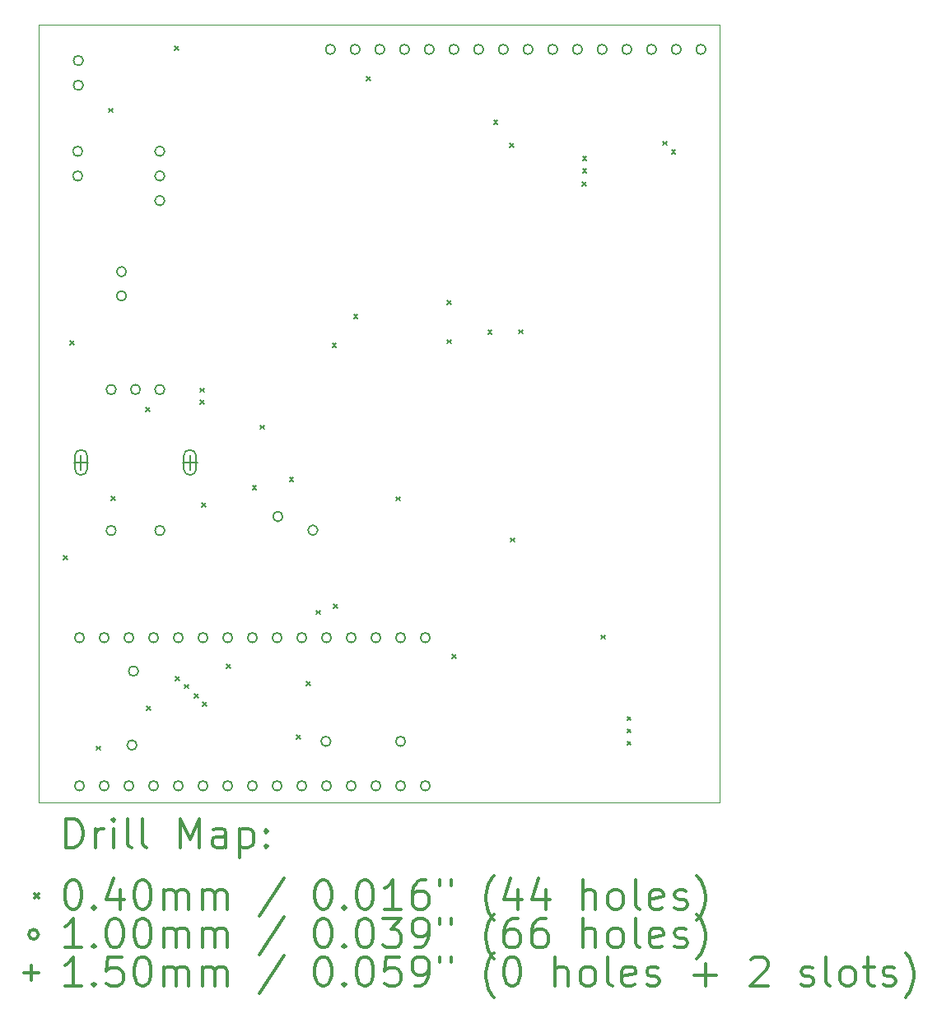
<source format=gbr>
%FSLAX45Y45*%
G04 Gerber Fmt 4.5, Leading zero omitted, Abs format (unit mm)*
G04 Created by KiCad (PCBNEW 5.1.6+dfsg1-1~bpo9+1) date 2022-04-20 06:51:43*
%MOMM*%
%LPD*%
G01*
G04 APERTURE LIST*
%TA.AperFunction,Profile*%
%ADD10C,0.050000*%
%TD*%
%ADD11C,0.200000*%
%ADD12C,0.300000*%
G04 APERTURE END LIST*
D10*
X17000000Y-2000000D02*
X17000000Y-10000000D01*
X10000000Y-2000000D02*
X17000000Y-2000000D01*
X10000000Y-10000000D02*
X10000000Y-2000000D01*
X10000000Y-10000000D02*
X17000000Y-10000000D01*
D11*
X10254300Y-7460300D02*
X10294300Y-7500300D01*
X10294300Y-7460300D02*
X10254300Y-7500300D01*
X10324150Y-5250500D02*
X10364150Y-5290500D01*
X10364150Y-5250500D02*
X10324150Y-5290500D01*
X10597200Y-9422450D02*
X10637200Y-9462450D01*
X10637200Y-9422450D02*
X10597200Y-9462450D01*
X10720000Y-2860000D02*
X10760000Y-2900000D01*
X10760000Y-2860000D02*
X10720000Y-2900000D01*
X10749600Y-6850700D02*
X10789600Y-6890700D01*
X10789600Y-6850700D02*
X10749600Y-6890700D01*
X11100000Y-5940000D02*
X11140000Y-5980000D01*
X11140000Y-5940000D02*
X11100000Y-5980000D01*
X11111550Y-9009700D02*
X11151550Y-9049700D01*
X11151550Y-9009700D02*
X11111550Y-9049700D01*
X11400000Y-2220000D02*
X11440000Y-2260000D01*
X11440000Y-2220000D02*
X11400000Y-2260000D01*
X11410000Y-8704900D02*
X11450000Y-8744900D01*
X11450000Y-8704900D02*
X11410000Y-8744900D01*
X11498900Y-8787450D02*
X11538900Y-8827450D01*
X11538900Y-8787450D02*
X11498900Y-8827450D01*
X11600500Y-8882700D02*
X11640500Y-8922700D01*
X11640500Y-8882700D02*
X11600500Y-8922700D01*
X11660000Y-5740000D02*
X11700000Y-5780000D01*
X11700000Y-5740000D02*
X11660000Y-5780000D01*
X11660000Y-5860000D02*
X11700000Y-5900000D01*
X11700000Y-5860000D02*
X11660000Y-5900000D01*
X11680000Y-6920000D02*
X11720000Y-6960000D01*
X11720000Y-6920000D02*
X11680000Y-6960000D01*
X11689400Y-8971600D02*
X11729400Y-9011600D01*
X11729400Y-8971600D02*
X11689400Y-9011600D01*
X11930700Y-8577900D02*
X11970700Y-8617900D01*
X11970700Y-8577900D02*
X11930700Y-8617900D01*
X12200000Y-6740000D02*
X12240000Y-6780000D01*
X12240000Y-6740000D02*
X12200000Y-6780000D01*
X12280000Y-6120000D02*
X12320000Y-6160000D01*
X12320000Y-6120000D02*
X12280000Y-6160000D01*
X12580000Y-6655000D02*
X12620000Y-6695000D01*
X12620000Y-6655000D02*
X12580000Y-6695000D01*
X12655000Y-9305000D02*
X12695000Y-9345000D01*
X12695000Y-9305000D02*
X12655000Y-9345000D01*
X12755000Y-8755000D02*
X12795000Y-8795000D01*
X12795000Y-8755000D02*
X12755000Y-8795000D01*
X12857800Y-8025450D02*
X12897800Y-8065450D01*
X12897800Y-8025450D02*
X12857800Y-8065450D01*
X13020000Y-5280000D02*
X13060000Y-5320000D01*
X13060000Y-5280000D02*
X13020000Y-5320000D01*
X13035600Y-7961950D02*
X13075600Y-8001950D01*
X13075600Y-7961950D02*
X13035600Y-8001950D01*
X13240000Y-4980000D02*
X13280000Y-5020000D01*
X13280000Y-4980000D02*
X13240000Y-5020000D01*
X13372150Y-2532700D02*
X13412150Y-2572700D01*
X13412150Y-2532700D02*
X13372150Y-2572700D01*
X13677950Y-6857050D02*
X13717950Y-6897050D01*
X13717950Y-6857050D02*
X13677950Y-6897050D01*
X14200000Y-4840000D02*
X14240000Y-4880000D01*
X14240000Y-4840000D02*
X14200000Y-4880000D01*
X14200000Y-5240000D02*
X14240000Y-5280000D01*
X14240000Y-5240000D02*
X14200000Y-5280000D01*
X14255000Y-8480000D02*
X14295000Y-8520000D01*
X14295000Y-8480000D02*
X14255000Y-8520000D01*
X14620000Y-5140000D02*
X14660000Y-5180000D01*
X14660000Y-5140000D02*
X14620000Y-5180000D01*
X14680250Y-2983550D02*
X14720250Y-3023550D01*
X14720250Y-2983550D02*
X14680250Y-3023550D01*
X14845350Y-3218500D02*
X14885350Y-3258500D01*
X14885350Y-3218500D02*
X14845350Y-3258500D01*
X14855000Y-7280000D02*
X14895000Y-7320000D01*
X14895000Y-7280000D02*
X14855000Y-7320000D01*
X14940000Y-5137300D02*
X14980000Y-5177300D01*
X14980000Y-5137300D02*
X14940000Y-5177300D01*
X15588300Y-3618550D02*
X15628300Y-3658550D01*
X15628300Y-3618550D02*
X15588300Y-3658550D01*
X15594650Y-3358200D02*
X15634650Y-3398200D01*
X15634650Y-3358200D02*
X15594650Y-3398200D01*
X15594650Y-3485200D02*
X15634650Y-3525200D01*
X15634650Y-3485200D02*
X15594650Y-3525200D01*
X15785150Y-8279450D02*
X15825150Y-8319450D01*
X15825150Y-8279450D02*
X15785150Y-8319450D01*
X16051850Y-9117650D02*
X16091850Y-9157650D01*
X16091850Y-9117650D02*
X16051850Y-9157650D01*
X16051850Y-9244650D02*
X16091850Y-9284650D01*
X16091850Y-9244650D02*
X16051850Y-9284650D01*
X16051850Y-9371650D02*
X16091850Y-9411650D01*
X16091850Y-9371650D02*
X16051850Y-9411650D01*
X16420150Y-3199450D02*
X16460150Y-3239450D01*
X16460150Y-3199450D02*
X16420150Y-3239450D01*
X16509050Y-3288350D02*
X16549050Y-3328350D01*
X16549050Y-3288350D02*
X16509050Y-3328350D01*
X10902150Y-4540250D02*
G75*
G03*
X10902150Y-4540250I-50000J0D01*
G01*
X10902150Y-4790250D02*
G75*
G03*
X10902150Y-4790250I-50000J0D01*
G01*
X10451300Y-3302000D02*
G75*
G03*
X10451300Y-3302000I-50000J0D01*
G01*
X10451300Y-3556000D02*
G75*
G03*
X10451300Y-3556000I-50000J0D01*
G01*
X13772350Y-9372600D02*
G75*
G03*
X13772350Y-9372600I-50000J0D01*
G01*
X10470350Y-8305800D02*
G75*
G03*
X10470350Y-8305800I-50000J0D01*
G01*
X10470350Y-9829800D02*
G75*
G03*
X10470350Y-9829800I-50000J0D01*
G01*
X10724350Y-8305800D02*
G75*
G03*
X10724350Y-8305800I-50000J0D01*
G01*
X10724350Y-9829800D02*
G75*
G03*
X10724350Y-9829800I-50000J0D01*
G01*
X10978350Y-8305800D02*
G75*
G03*
X10978350Y-8305800I-50000J0D01*
G01*
X10978350Y-9829800D02*
G75*
G03*
X10978350Y-9829800I-50000J0D01*
G01*
X11232350Y-8305800D02*
G75*
G03*
X11232350Y-8305800I-50000J0D01*
G01*
X11232350Y-9829800D02*
G75*
G03*
X11232350Y-9829800I-50000J0D01*
G01*
X11486350Y-8305800D02*
G75*
G03*
X11486350Y-8305800I-50000J0D01*
G01*
X11486350Y-9829800D02*
G75*
G03*
X11486350Y-9829800I-50000J0D01*
G01*
X11740350Y-8305800D02*
G75*
G03*
X11740350Y-8305800I-50000J0D01*
G01*
X11740350Y-9829800D02*
G75*
G03*
X11740350Y-9829800I-50000J0D01*
G01*
X11994350Y-8305800D02*
G75*
G03*
X11994350Y-8305800I-50000J0D01*
G01*
X11994350Y-9829800D02*
G75*
G03*
X11994350Y-9829800I-50000J0D01*
G01*
X12248350Y-8305800D02*
G75*
G03*
X12248350Y-8305800I-50000J0D01*
G01*
X12248350Y-9829800D02*
G75*
G03*
X12248350Y-9829800I-50000J0D01*
G01*
X12502350Y-8305800D02*
G75*
G03*
X12502350Y-8305800I-50000J0D01*
G01*
X12502350Y-9829800D02*
G75*
G03*
X12502350Y-9829800I-50000J0D01*
G01*
X12756350Y-8305800D02*
G75*
G03*
X12756350Y-8305800I-50000J0D01*
G01*
X12756350Y-9829800D02*
G75*
G03*
X12756350Y-9829800I-50000J0D01*
G01*
X13010350Y-8305800D02*
G75*
G03*
X13010350Y-8305800I-50000J0D01*
G01*
X13010350Y-9829800D02*
G75*
G03*
X13010350Y-9829800I-50000J0D01*
G01*
X13264350Y-8305800D02*
G75*
G03*
X13264350Y-8305800I-50000J0D01*
G01*
X13264350Y-9829800D02*
G75*
G03*
X13264350Y-9829800I-50000J0D01*
G01*
X13518350Y-8305800D02*
G75*
G03*
X13518350Y-8305800I-50000J0D01*
G01*
X13518350Y-9829800D02*
G75*
G03*
X13518350Y-9829800I-50000J0D01*
G01*
X13772350Y-8305800D02*
G75*
G03*
X13772350Y-8305800I-50000J0D01*
G01*
X13772350Y-9829800D02*
G75*
G03*
X13772350Y-9829800I-50000J0D01*
G01*
X14026350Y-8305800D02*
G75*
G03*
X14026350Y-8305800I-50000J0D01*
G01*
X14026350Y-9829800D02*
G75*
G03*
X14026350Y-9829800I-50000J0D01*
G01*
X10457650Y-2368550D02*
G75*
G03*
X10457650Y-2368550I-50000J0D01*
G01*
X10457650Y-2622550D02*
G75*
G03*
X10457650Y-2622550I-50000J0D01*
G01*
X13050000Y-2254000D02*
G75*
G03*
X13050000Y-2254000I-50000J0D01*
G01*
X13304000Y-2254000D02*
G75*
G03*
X13304000Y-2254000I-50000J0D01*
G01*
X13558000Y-2254000D02*
G75*
G03*
X13558000Y-2254000I-50000J0D01*
G01*
X13812000Y-2254000D02*
G75*
G03*
X13812000Y-2254000I-50000J0D01*
G01*
X14066000Y-2254000D02*
G75*
G03*
X14066000Y-2254000I-50000J0D01*
G01*
X14320000Y-2254000D02*
G75*
G03*
X14320000Y-2254000I-50000J0D01*
G01*
X14574000Y-2254000D02*
G75*
G03*
X14574000Y-2254000I-50000J0D01*
G01*
X14828000Y-2254000D02*
G75*
G03*
X14828000Y-2254000I-50000J0D01*
G01*
X15082000Y-2254000D02*
G75*
G03*
X15082000Y-2254000I-50000J0D01*
G01*
X15336000Y-2254000D02*
G75*
G03*
X15336000Y-2254000I-50000J0D01*
G01*
X15590000Y-2254000D02*
G75*
G03*
X15590000Y-2254000I-50000J0D01*
G01*
X15844000Y-2254000D02*
G75*
G03*
X15844000Y-2254000I-50000J0D01*
G01*
X16098000Y-2254000D02*
G75*
G03*
X16098000Y-2254000I-50000J0D01*
G01*
X16352000Y-2254000D02*
G75*
G03*
X16352000Y-2254000I-50000J0D01*
G01*
X16606000Y-2254000D02*
G75*
G03*
X16606000Y-2254000I-50000J0D01*
G01*
X16860000Y-2254000D02*
G75*
G03*
X16860000Y-2254000I-50000J0D01*
G01*
X10795850Y-5753100D02*
G75*
G03*
X10795850Y-5753100I-50000J0D01*
G01*
X10795850Y-7203100D02*
G75*
G03*
X10795850Y-7203100I-50000J0D01*
G01*
X11045850Y-5753100D02*
G75*
G03*
X11045850Y-5753100I-50000J0D01*
G01*
X11295850Y-5753100D02*
G75*
G03*
X11295850Y-5753100I-50000J0D01*
G01*
X11295850Y-7203100D02*
G75*
G03*
X11295850Y-7203100I-50000J0D01*
G01*
X11025000Y-8650000D02*
G75*
G03*
X11025000Y-8650000I-50000J0D01*
G01*
X13004000Y-9372600D02*
G75*
G03*
X13004000Y-9372600I-50000J0D01*
G01*
X12510000Y-7060000D02*
G75*
G03*
X12510000Y-7060000I-50000J0D01*
G01*
X12870000Y-7200000D02*
G75*
G03*
X12870000Y-7200000I-50000J0D01*
G01*
X11010100Y-9410700D02*
G75*
G03*
X11010100Y-9410700I-50000J0D01*
G01*
X11295850Y-3302000D02*
G75*
G03*
X11295850Y-3302000I-50000J0D01*
G01*
X11295850Y-3556000D02*
G75*
G03*
X11295850Y-3556000I-50000J0D01*
G01*
X11295850Y-3810000D02*
G75*
G03*
X11295850Y-3810000I-50000J0D01*
G01*
X10435850Y-6428100D02*
X10435850Y-6578100D01*
X10360850Y-6503100D02*
X10510850Y-6503100D01*
X10370850Y-6438100D02*
X10370850Y-6568100D01*
X10500850Y-6438100D02*
X10500850Y-6568100D01*
X10370850Y-6568100D02*
G75*
G03*
X10500850Y-6568100I65000J0D01*
G01*
X10500850Y-6438100D02*
G75*
G03*
X10370850Y-6438100I-65000J0D01*
G01*
X11555850Y-6428100D02*
X11555850Y-6578100D01*
X11480850Y-6503100D02*
X11630850Y-6503100D01*
X11490850Y-6438100D02*
X11490850Y-6568100D01*
X11620850Y-6438100D02*
X11620850Y-6568100D01*
X11490850Y-6568100D02*
G75*
G03*
X11620850Y-6568100I65000J0D01*
G01*
X11620850Y-6438100D02*
G75*
G03*
X11490850Y-6438100I-65000J0D01*
G01*
D12*
X10283928Y-10468214D02*
X10283928Y-10168214D01*
X10355357Y-10168214D01*
X10398214Y-10182500D01*
X10426786Y-10211072D01*
X10441071Y-10239643D01*
X10455357Y-10296786D01*
X10455357Y-10339643D01*
X10441071Y-10396786D01*
X10426786Y-10425357D01*
X10398214Y-10453929D01*
X10355357Y-10468214D01*
X10283928Y-10468214D01*
X10583928Y-10468214D02*
X10583928Y-10268214D01*
X10583928Y-10325357D02*
X10598214Y-10296786D01*
X10612500Y-10282500D01*
X10641071Y-10268214D01*
X10669643Y-10268214D01*
X10769643Y-10468214D02*
X10769643Y-10268214D01*
X10769643Y-10168214D02*
X10755357Y-10182500D01*
X10769643Y-10196786D01*
X10783928Y-10182500D01*
X10769643Y-10168214D01*
X10769643Y-10196786D01*
X10955357Y-10468214D02*
X10926786Y-10453929D01*
X10912500Y-10425357D01*
X10912500Y-10168214D01*
X11112500Y-10468214D02*
X11083928Y-10453929D01*
X11069643Y-10425357D01*
X11069643Y-10168214D01*
X11455357Y-10468214D02*
X11455357Y-10168214D01*
X11555357Y-10382500D01*
X11655357Y-10168214D01*
X11655357Y-10468214D01*
X11926786Y-10468214D02*
X11926786Y-10311072D01*
X11912500Y-10282500D01*
X11883928Y-10268214D01*
X11826786Y-10268214D01*
X11798214Y-10282500D01*
X11926786Y-10453929D02*
X11898214Y-10468214D01*
X11826786Y-10468214D01*
X11798214Y-10453929D01*
X11783928Y-10425357D01*
X11783928Y-10396786D01*
X11798214Y-10368214D01*
X11826786Y-10353929D01*
X11898214Y-10353929D01*
X11926786Y-10339643D01*
X12069643Y-10268214D02*
X12069643Y-10568214D01*
X12069643Y-10282500D02*
X12098214Y-10268214D01*
X12155357Y-10268214D01*
X12183928Y-10282500D01*
X12198214Y-10296786D01*
X12212500Y-10325357D01*
X12212500Y-10411072D01*
X12198214Y-10439643D01*
X12183928Y-10453929D01*
X12155357Y-10468214D01*
X12098214Y-10468214D01*
X12069643Y-10453929D01*
X12341071Y-10439643D02*
X12355357Y-10453929D01*
X12341071Y-10468214D01*
X12326786Y-10453929D01*
X12341071Y-10439643D01*
X12341071Y-10468214D01*
X12341071Y-10282500D02*
X12355357Y-10296786D01*
X12341071Y-10311072D01*
X12326786Y-10296786D01*
X12341071Y-10282500D01*
X12341071Y-10311072D01*
X9957500Y-10942500D02*
X9997500Y-10982500D01*
X9997500Y-10942500D02*
X9957500Y-10982500D01*
X10341071Y-10798214D02*
X10369643Y-10798214D01*
X10398214Y-10812500D01*
X10412500Y-10826786D01*
X10426786Y-10855357D01*
X10441071Y-10912500D01*
X10441071Y-10983929D01*
X10426786Y-11041072D01*
X10412500Y-11069643D01*
X10398214Y-11083929D01*
X10369643Y-11098214D01*
X10341071Y-11098214D01*
X10312500Y-11083929D01*
X10298214Y-11069643D01*
X10283928Y-11041072D01*
X10269643Y-10983929D01*
X10269643Y-10912500D01*
X10283928Y-10855357D01*
X10298214Y-10826786D01*
X10312500Y-10812500D01*
X10341071Y-10798214D01*
X10569643Y-11069643D02*
X10583928Y-11083929D01*
X10569643Y-11098214D01*
X10555357Y-11083929D01*
X10569643Y-11069643D01*
X10569643Y-11098214D01*
X10841071Y-10898214D02*
X10841071Y-11098214D01*
X10769643Y-10783929D02*
X10698214Y-10998214D01*
X10883928Y-10998214D01*
X11055357Y-10798214D02*
X11083928Y-10798214D01*
X11112500Y-10812500D01*
X11126786Y-10826786D01*
X11141071Y-10855357D01*
X11155357Y-10912500D01*
X11155357Y-10983929D01*
X11141071Y-11041072D01*
X11126786Y-11069643D01*
X11112500Y-11083929D01*
X11083928Y-11098214D01*
X11055357Y-11098214D01*
X11026786Y-11083929D01*
X11012500Y-11069643D01*
X10998214Y-11041072D01*
X10983928Y-10983929D01*
X10983928Y-10912500D01*
X10998214Y-10855357D01*
X11012500Y-10826786D01*
X11026786Y-10812500D01*
X11055357Y-10798214D01*
X11283928Y-11098214D02*
X11283928Y-10898214D01*
X11283928Y-10926786D02*
X11298214Y-10912500D01*
X11326786Y-10898214D01*
X11369643Y-10898214D01*
X11398214Y-10912500D01*
X11412500Y-10941072D01*
X11412500Y-11098214D01*
X11412500Y-10941072D02*
X11426786Y-10912500D01*
X11455357Y-10898214D01*
X11498214Y-10898214D01*
X11526786Y-10912500D01*
X11541071Y-10941072D01*
X11541071Y-11098214D01*
X11683928Y-11098214D02*
X11683928Y-10898214D01*
X11683928Y-10926786D02*
X11698214Y-10912500D01*
X11726786Y-10898214D01*
X11769643Y-10898214D01*
X11798214Y-10912500D01*
X11812500Y-10941072D01*
X11812500Y-11098214D01*
X11812500Y-10941072D02*
X11826786Y-10912500D01*
X11855357Y-10898214D01*
X11898214Y-10898214D01*
X11926786Y-10912500D01*
X11941071Y-10941072D01*
X11941071Y-11098214D01*
X12526786Y-10783929D02*
X12269643Y-11169643D01*
X12912500Y-10798214D02*
X12941071Y-10798214D01*
X12969643Y-10812500D01*
X12983928Y-10826786D01*
X12998214Y-10855357D01*
X13012500Y-10912500D01*
X13012500Y-10983929D01*
X12998214Y-11041072D01*
X12983928Y-11069643D01*
X12969643Y-11083929D01*
X12941071Y-11098214D01*
X12912500Y-11098214D01*
X12883928Y-11083929D01*
X12869643Y-11069643D01*
X12855357Y-11041072D01*
X12841071Y-10983929D01*
X12841071Y-10912500D01*
X12855357Y-10855357D01*
X12869643Y-10826786D01*
X12883928Y-10812500D01*
X12912500Y-10798214D01*
X13141071Y-11069643D02*
X13155357Y-11083929D01*
X13141071Y-11098214D01*
X13126786Y-11083929D01*
X13141071Y-11069643D01*
X13141071Y-11098214D01*
X13341071Y-10798214D02*
X13369643Y-10798214D01*
X13398214Y-10812500D01*
X13412500Y-10826786D01*
X13426786Y-10855357D01*
X13441071Y-10912500D01*
X13441071Y-10983929D01*
X13426786Y-11041072D01*
X13412500Y-11069643D01*
X13398214Y-11083929D01*
X13369643Y-11098214D01*
X13341071Y-11098214D01*
X13312500Y-11083929D01*
X13298214Y-11069643D01*
X13283928Y-11041072D01*
X13269643Y-10983929D01*
X13269643Y-10912500D01*
X13283928Y-10855357D01*
X13298214Y-10826786D01*
X13312500Y-10812500D01*
X13341071Y-10798214D01*
X13726786Y-11098214D02*
X13555357Y-11098214D01*
X13641071Y-11098214D02*
X13641071Y-10798214D01*
X13612500Y-10841072D01*
X13583928Y-10869643D01*
X13555357Y-10883929D01*
X13983928Y-10798214D02*
X13926786Y-10798214D01*
X13898214Y-10812500D01*
X13883928Y-10826786D01*
X13855357Y-10869643D01*
X13841071Y-10926786D01*
X13841071Y-11041072D01*
X13855357Y-11069643D01*
X13869643Y-11083929D01*
X13898214Y-11098214D01*
X13955357Y-11098214D01*
X13983928Y-11083929D01*
X13998214Y-11069643D01*
X14012500Y-11041072D01*
X14012500Y-10969643D01*
X13998214Y-10941072D01*
X13983928Y-10926786D01*
X13955357Y-10912500D01*
X13898214Y-10912500D01*
X13869643Y-10926786D01*
X13855357Y-10941072D01*
X13841071Y-10969643D01*
X14126786Y-10798214D02*
X14126786Y-10855357D01*
X14241071Y-10798214D02*
X14241071Y-10855357D01*
X14683928Y-11212500D02*
X14669643Y-11198214D01*
X14641071Y-11155357D01*
X14626786Y-11126786D01*
X14612500Y-11083929D01*
X14598214Y-11012500D01*
X14598214Y-10955357D01*
X14612500Y-10883929D01*
X14626786Y-10841072D01*
X14641071Y-10812500D01*
X14669643Y-10769643D01*
X14683928Y-10755357D01*
X14926786Y-10898214D02*
X14926786Y-11098214D01*
X14855357Y-10783929D02*
X14783928Y-10998214D01*
X14969643Y-10998214D01*
X15212500Y-10898214D02*
X15212500Y-11098214D01*
X15141071Y-10783929D02*
X15069643Y-10998214D01*
X15255357Y-10998214D01*
X15598214Y-11098214D02*
X15598214Y-10798214D01*
X15726786Y-11098214D02*
X15726786Y-10941072D01*
X15712500Y-10912500D01*
X15683928Y-10898214D01*
X15641071Y-10898214D01*
X15612500Y-10912500D01*
X15598214Y-10926786D01*
X15912500Y-11098214D02*
X15883928Y-11083929D01*
X15869643Y-11069643D01*
X15855357Y-11041072D01*
X15855357Y-10955357D01*
X15869643Y-10926786D01*
X15883928Y-10912500D01*
X15912500Y-10898214D01*
X15955357Y-10898214D01*
X15983928Y-10912500D01*
X15998214Y-10926786D01*
X16012500Y-10955357D01*
X16012500Y-11041072D01*
X15998214Y-11069643D01*
X15983928Y-11083929D01*
X15955357Y-11098214D01*
X15912500Y-11098214D01*
X16183928Y-11098214D02*
X16155357Y-11083929D01*
X16141071Y-11055357D01*
X16141071Y-10798214D01*
X16412500Y-11083929D02*
X16383928Y-11098214D01*
X16326786Y-11098214D01*
X16298214Y-11083929D01*
X16283928Y-11055357D01*
X16283928Y-10941072D01*
X16298214Y-10912500D01*
X16326786Y-10898214D01*
X16383928Y-10898214D01*
X16412500Y-10912500D01*
X16426786Y-10941072D01*
X16426786Y-10969643D01*
X16283928Y-10998214D01*
X16541071Y-11083929D02*
X16569643Y-11098214D01*
X16626786Y-11098214D01*
X16655357Y-11083929D01*
X16669643Y-11055357D01*
X16669643Y-11041072D01*
X16655357Y-11012500D01*
X16626786Y-10998214D01*
X16583928Y-10998214D01*
X16555357Y-10983929D01*
X16541071Y-10955357D01*
X16541071Y-10941072D01*
X16555357Y-10912500D01*
X16583928Y-10898214D01*
X16626786Y-10898214D01*
X16655357Y-10912500D01*
X16769643Y-11212500D02*
X16783928Y-11198214D01*
X16812500Y-11155357D01*
X16826786Y-11126786D01*
X16841071Y-11083929D01*
X16855357Y-11012500D01*
X16855357Y-10955357D01*
X16841071Y-10883929D01*
X16826786Y-10841072D01*
X16812500Y-10812500D01*
X16783928Y-10769643D01*
X16769643Y-10755357D01*
X9997500Y-11358500D02*
G75*
G03*
X9997500Y-11358500I-50000J0D01*
G01*
X10441071Y-11494214D02*
X10269643Y-11494214D01*
X10355357Y-11494214D02*
X10355357Y-11194214D01*
X10326786Y-11237071D01*
X10298214Y-11265643D01*
X10269643Y-11279929D01*
X10569643Y-11465643D02*
X10583928Y-11479929D01*
X10569643Y-11494214D01*
X10555357Y-11479929D01*
X10569643Y-11465643D01*
X10569643Y-11494214D01*
X10769643Y-11194214D02*
X10798214Y-11194214D01*
X10826786Y-11208500D01*
X10841071Y-11222786D01*
X10855357Y-11251357D01*
X10869643Y-11308500D01*
X10869643Y-11379929D01*
X10855357Y-11437071D01*
X10841071Y-11465643D01*
X10826786Y-11479929D01*
X10798214Y-11494214D01*
X10769643Y-11494214D01*
X10741071Y-11479929D01*
X10726786Y-11465643D01*
X10712500Y-11437071D01*
X10698214Y-11379929D01*
X10698214Y-11308500D01*
X10712500Y-11251357D01*
X10726786Y-11222786D01*
X10741071Y-11208500D01*
X10769643Y-11194214D01*
X11055357Y-11194214D02*
X11083928Y-11194214D01*
X11112500Y-11208500D01*
X11126786Y-11222786D01*
X11141071Y-11251357D01*
X11155357Y-11308500D01*
X11155357Y-11379929D01*
X11141071Y-11437071D01*
X11126786Y-11465643D01*
X11112500Y-11479929D01*
X11083928Y-11494214D01*
X11055357Y-11494214D01*
X11026786Y-11479929D01*
X11012500Y-11465643D01*
X10998214Y-11437071D01*
X10983928Y-11379929D01*
X10983928Y-11308500D01*
X10998214Y-11251357D01*
X11012500Y-11222786D01*
X11026786Y-11208500D01*
X11055357Y-11194214D01*
X11283928Y-11494214D02*
X11283928Y-11294214D01*
X11283928Y-11322786D02*
X11298214Y-11308500D01*
X11326786Y-11294214D01*
X11369643Y-11294214D01*
X11398214Y-11308500D01*
X11412500Y-11337071D01*
X11412500Y-11494214D01*
X11412500Y-11337071D02*
X11426786Y-11308500D01*
X11455357Y-11294214D01*
X11498214Y-11294214D01*
X11526786Y-11308500D01*
X11541071Y-11337071D01*
X11541071Y-11494214D01*
X11683928Y-11494214D02*
X11683928Y-11294214D01*
X11683928Y-11322786D02*
X11698214Y-11308500D01*
X11726786Y-11294214D01*
X11769643Y-11294214D01*
X11798214Y-11308500D01*
X11812500Y-11337071D01*
X11812500Y-11494214D01*
X11812500Y-11337071D02*
X11826786Y-11308500D01*
X11855357Y-11294214D01*
X11898214Y-11294214D01*
X11926786Y-11308500D01*
X11941071Y-11337071D01*
X11941071Y-11494214D01*
X12526786Y-11179929D02*
X12269643Y-11565643D01*
X12912500Y-11194214D02*
X12941071Y-11194214D01*
X12969643Y-11208500D01*
X12983928Y-11222786D01*
X12998214Y-11251357D01*
X13012500Y-11308500D01*
X13012500Y-11379929D01*
X12998214Y-11437071D01*
X12983928Y-11465643D01*
X12969643Y-11479929D01*
X12941071Y-11494214D01*
X12912500Y-11494214D01*
X12883928Y-11479929D01*
X12869643Y-11465643D01*
X12855357Y-11437071D01*
X12841071Y-11379929D01*
X12841071Y-11308500D01*
X12855357Y-11251357D01*
X12869643Y-11222786D01*
X12883928Y-11208500D01*
X12912500Y-11194214D01*
X13141071Y-11465643D02*
X13155357Y-11479929D01*
X13141071Y-11494214D01*
X13126786Y-11479929D01*
X13141071Y-11465643D01*
X13141071Y-11494214D01*
X13341071Y-11194214D02*
X13369643Y-11194214D01*
X13398214Y-11208500D01*
X13412500Y-11222786D01*
X13426786Y-11251357D01*
X13441071Y-11308500D01*
X13441071Y-11379929D01*
X13426786Y-11437071D01*
X13412500Y-11465643D01*
X13398214Y-11479929D01*
X13369643Y-11494214D01*
X13341071Y-11494214D01*
X13312500Y-11479929D01*
X13298214Y-11465643D01*
X13283928Y-11437071D01*
X13269643Y-11379929D01*
X13269643Y-11308500D01*
X13283928Y-11251357D01*
X13298214Y-11222786D01*
X13312500Y-11208500D01*
X13341071Y-11194214D01*
X13541071Y-11194214D02*
X13726786Y-11194214D01*
X13626786Y-11308500D01*
X13669643Y-11308500D01*
X13698214Y-11322786D01*
X13712500Y-11337071D01*
X13726786Y-11365643D01*
X13726786Y-11437071D01*
X13712500Y-11465643D01*
X13698214Y-11479929D01*
X13669643Y-11494214D01*
X13583928Y-11494214D01*
X13555357Y-11479929D01*
X13541071Y-11465643D01*
X13869643Y-11494214D02*
X13926786Y-11494214D01*
X13955357Y-11479929D01*
X13969643Y-11465643D01*
X13998214Y-11422786D01*
X14012500Y-11365643D01*
X14012500Y-11251357D01*
X13998214Y-11222786D01*
X13983928Y-11208500D01*
X13955357Y-11194214D01*
X13898214Y-11194214D01*
X13869643Y-11208500D01*
X13855357Y-11222786D01*
X13841071Y-11251357D01*
X13841071Y-11322786D01*
X13855357Y-11351357D01*
X13869643Y-11365643D01*
X13898214Y-11379929D01*
X13955357Y-11379929D01*
X13983928Y-11365643D01*
X13998214Y-11351357D01*
X14012500Y-11322786D01*
X14126786Y-11194214D02*
X14126786Y-11251357D01*
X14241071Y-11194214D02*
X14241071Y-11251357D01*
X14683928Y-11608500D02*
X14669643Y-11594214D01*
X14641071Y-11551357D01*
X14626786Y-11522786D01*
X14612500Y-11479929D01*
X14598214Y-11408500D01*
X14598214Y-11351357D01*
X14612500Y-11279929D01*
X14626786Y-11237071D01*
X14641071Y-11208500D01*
X14669643Y-11165643D01*
X14683928Y-11151357D01*
X14926786Y-11194214D02*
X14869643Y-11194214D01*
X14841071Y-11208500D01*
X14826786Y-11222786D01*
X14798214Y-11265643D01*
X14783928Y-11322786D01*
X14783928Y-11437071D01*
X14798214Y-11465643D01*
X14812500Y-11479929D01*
X14841071Y-11494214D01*
X14898214Y-11494214D01*
X14926786Y-11479929D01*
X14941071Y-11465643D01*
X14955357Y-11437071D01*
X14955357Y-11365643D01*
X14941071Y-11337071D01*
X14926786Y-11322786D01*
X14898214Y-11308500D01*
X14841071Y-11308500D01*
X14812500Y-11322786D01*
X14798214Y-11337071D01*
X14783928Y-11365643D01*
X15212500Y-11194214D02*
X15155357Y-11194214D01*
X15126786Y-11208500D01*
X15112500Y-11222786D01*
X15083928Y-11265643D01*
X15069643Y-11322786D01*
X15069643Y-11437071D01*
X15083928Y-11465643D01*
X15098214Y-11479929D01*
X15126786Y-11494214D01*
X15183928Y-11494214D01*
X15212500Y-11479929D01*
X15226786Y-11465643D01*
X15241071Y-11437071D01*
X15241071Y-11365643D01*
X15226786Y-11337071D01*
X15212500Y-11322786D01*
X15183928Y-11308500D01*
X15126786Y-11308500D01*
X15098214Y-11322786D01*
X15083928Y-11337071D01*
X15069643Y-11365643D01*
X15598214Y-11494214D02*
X15598214Y-11194214D01*
X15726786Y-11494214D02*
X15726786Y-11337071D01*
X15712500Y-11308500D01*
X15683928Y-11294214D01*
X15641071Y-11294214D01*
X15612500Y-11308500D01*
X15598214Y-11322786D01*
X15912500Y-11494214D02*
X15883928Y-11479929D01*
X15869643Y-11465643D01*
X15855357Y-11437071D01*
X15855357Y-11351357D01*
X15869643Y-11322786D01*
X15883928Y-11308500D01*
X15912500Y-11294214D01*
X15955357Y-11294214D01*
X15983928Y-11308500D01*
X15998214Y-11322786D01*
X16012500Y-11351357D01*
X16012500Y-11437071D01*
X15998214Y-11465643D01*
X15983928Y-11479929D01*
X15955357Y-11494214D01*
X15912500Y-11494214D01*
X16183928Y-11494214D02*
X16155357Y-11479929D01*
X16141071Y-11451357D01*
X16141071Y-11194214D01*
X16412500Y-11479929D02*
X16383928Y-11494214D01*
X16326786Y-11494214D01*
X16298214Y-11479929D01*
X16283928Y-11451357D01*
X16283928Y-11337071D01*
X16298214Y-11308500D01*
X16326786Y-11294214D01*
X16383928Y-11294214D01*
X16412500Y-11308500D01*
X16426786Y-11337071D01*
X16426786Y-11365643D01*
X16283928Y-11394214D01*
X16541071Y-11479929D02*
X16569643Y-11494214D01*
X16626786Y-11494214D01*
X16655357Y-11479929D01*
X16669643Y-11451357D01*
X16669643Y-11437071D01*
X16655357Y-11408500D01*
X16626786Y-11394214D01*
X16583928Y-11394214D01*
X16555357Y-11379929D01*
X16541071Y-11351357D01*
X16541071Y-11337071D01*
X16555357Y-11308500D01*
X16583928Y-11294214D01*
X16626786Y-11294214D01*
X16655357Y-11308500D01*
X16769643Y-11608500D02*
X16783928Y-11594214D01*
X16812500Y-11551357D01*
X16826786Y-11522786D01*
X16841071Y-11479929D01*
X16855357Y-11408500D01*
X16855357Y-11351357D01*
X16841071Y-11279929D01*
X16826786Y-11237071D01*
X16812500Y-11208500D01*
X16783928Y-11165643D01*
X16769643Y-11151357D01*
X9922500Y-11679500D02*
X9922500Y-11829500D01*
X9847500Y-11754500D02*
X9997500Y-11754500D01*
X10441071Y-11890214D02*
X10269643Y-11890214D01*
X10355357Y-11890214D02*
X10355357Y-11590214D01*
X10326786Y-11633071D01*
X10298214Y-11661643D01*
X10269643Y-11675929D01*
X10569643Y-11861643D02*
X10583928Y-11875929D01*
X10569643Y-11890214D01*
X10555357Y-11875929D01*
X10569643Y-11861643D01*
X10569643Y-11890214D01*
X10855357Y-11590214D02*
X10712500Y-11590214D01*
X10698214Y-11733071D01*
X10712500Y-11718786D01*
X10741071Y-11704500D01*
X10812500Y-11704500D01*
X10841071Y-11718786D01*
X10855357Y-11733071D01*
X10869643Y-11761643D01*
X10869643Y-11833071D01*
X10855357Y-11861643D01*
X10841071Y-11875929D01*
X10812500Y-11890214D01*
X10741071Y-11890214D01*
X10712500Y-11875929D01*
X10698214Y-11861643D01*
X11055357Y-11590214D02*
X11083928Y-11590214D01*
X11112500Y-11604500D01*
X11126786Y-11618786D01*
X11141071Y-11647357D01*
X11155357Y-11704500D01*
X11155357Y-11775929D01*
X11141071Y-11833071D01*
X11126786Y-11861643D01*
X11112500Y-11875929D01*
X11083928Y-11890214D01*
X11055357Y-11890214D01*
X11026786Y-11875929D01*
X11012500Y-11861643D01*
X10998214Y-11833071D01*
X10983928Y-11775929D01*
X10983928Y-11704500D01*
X10998214Y-11647357D01*
X11012500Y-11618786D01*
X11026786Y-11604500D01*
X11055357Y-11590214D01*
X11283928Y-11890214D02*
X11283928Y-11690214D01*
X11283928Y-11718786D02*
X11298214Y-11704500D01*
X11326786Y-11690214D01*
X11369643Y-11690214D01*
X11398214Y-11704500D01*
X11412500Y-11733071D01*
X11412500Y-11890214D01*
X11412500Y-11733071D02*
X11426786Y-11704500D01*
X11455357Y-11690214D01*
X11498214Y-11690214D01*
X11526786Y-11704500D01*
X11541071Y-11733071D01*
X11541071Y-11890214D01*
X11683928Y-11890214D02*
X11683928Y-11690214D01*
X11683928Y-11718786D02*
X11698214Y-11704500D01*
X11726786Y-11690214D01*
X11769643Y-11690214D01*
X11798214Y-11704500D01*
X11812500Y-11733071D01*
X11812500Y-11890214D01*
X11812500Y-11733071D02*
X11826786Y-11704500D01*
X11855357Y-11690214D01*
X11898214Y-11690214D01*
X11926786Y-11704500D01*
X11941071Y-11733071D01*
X11941071Y-11890214D01*
X12526786Y-11575929D02*
X12269643Y-11961643D01*
X12912500Y-11590214D02*
X12941071Y-11590214D01*
X12969643Y-11604500D01*
X12983928Y-11618786D01*
X12998214Y-11647357D01*
X13012500Y-11704500D01*
X13012500Y-11775929D01*
X12998214Y-11833071D01*
X12983928Y-11861643D01*
X12969643Y-11875929D01*
X12941071Y-11890214D01*
X12912500Y-11890214D01*
X12883928Y-11875929D01*
X12869643Y-11861643D01*
X12855357Y-11833071D01*
X12841071Y-11775929D01*
X12841071Y-11704500D01*
X12855357Y-11647357D01*
X12869643Y-11618786D01*
X12883928Y-11604500D01*
X12912500Y-11590214D01*
X13141071Y-11861643D02*
X13155357Y-11875929D01*
X13141071Y-11890214D01*
X13126786Y-11875929D01*
X13141071Y-11861643D01*
X13141071Y-11890214D01*
X13341071Y-11590214D02*
X13369643Y-11590214D01*
X13398214Y-11604500D01*
X13412500Y-11618786D01*
X13426786Y-11647357D01*
X13441071Y-11704500D01*
X13441071Y-11775929D01*
X13426786Y-11833071D01*
X13412500Y-11861643D01*
X13398214Y-11875929D01*
X13369643Y-11890214D01*
X13341071Y-11890214D01*
X13312500Y-11875929D01*
X13298214Y-11861643D01*
X13283928Y-11833071D01*
X13269643Y-11775929D01*
X13269643Y-11704500D01*
X13283928Y-11647357D01*
X13298214Y-11618786D01*
X13312500Y-11604500D01*
X13341071Y-11590214D01*
X13712500Y-11590214D02*
X13569643Y-11590214D01*
X13555357Y-11733071D01*
X13569643Y-11718786D01*
X13598214Y-11704500D01*
X13669643Y-11704500D01*
X13698214Y-11718786D01*
X13712500Y-11733071D01*
X13726786Y-11761643D01*
X13726786Y-11833071D01*
X13712500Y-11861643D01*
X13698214Y-11875929D01*
X13669643Y-11890214D01*
X13598214Y-11890214D01*
X13569643Y-11875929D01*
X13555357Y-11861643D01*
X13869643Y-11890214D02*
X13926786Y-11890214D01*
X13955357Y-11875929D01*
X13969643Y-11861643D01*
X13998214Y-11818786D01*
X14012500Y-11761643D01*
X14012500Y-11647357D01*
X13998214Y-11618786D01*
X13983928Y-11604500D01*
X13955357Y-11590214D01*
X13898214Y-11590214D01*
X13869643Y-11604500D01*
X13855357Y-11618786D01*
X13841071Y-11647357D01*
X13841071Y-11718786D01*
X13855357Y-11747357D01*
X13869643Y-11761643D01*
X13898214Y-11775929D01*
X13955357Y-11775929D01*
X13983928Y-11761643D01*
X13998214Y-11747357D01*
X14012500Y-11718786D01*
X14126786Y-11590214D02*
X14126786Y-11647357D01*
X14241071Y-11590214D02*
X14241071Y-11647357D01*
X14683928Y-12004500D02*
X14669643Y-11990214D01*
X14641071Y-11947357D01*
X14626786Y-11918786D01*
X14612500Y-11875929D01*
X14598214Y-11804500D01*
X14598214Y-11747357D01*
X14612500Y-11675929D01*
X14626786Y-11633071D01*
X14641071Y-11604500D01*
X14669643Y-11561643D01*
X14683928Y-11547357D01*
X14855357Y-11590214D02*
X14883928Y-11590214D01*
X14912500Y-11604500D01*
X14926786Y-11618786D01*
X14941071Y-11647357D01*
X14955357Y-11704500D01*
X14955357Y-11775929D01*
X14941071Y-11833071D01*
X14926786Y-11861643D01*
X14912500Y-11875929D01*
X14883928Y-11890214D01*
X14855357Y-11890214D01*
X14826786Y-11875929D01*
X14812500Y-11861643D01*
X14798214Y-11833071D01*
X14783928Y-11775929D01*
X14783928Y-11704500D01*
X14798214Y-11647357D01*
X14812500Y-11618786D01*
X14826786Y-11604500D01*
X14855357Y-11590214D01*
X15312500Y-11890214D02*
X15312500Y-11590214D01*
X15441071Y-11890214D02*
X15441071Y-11733071D01*
X15426786Y-11704500D01*
X15398214Y-11690214D01*
X15355357Y-11690214D01*
X15326786Y-11704500D01*
X15312500Y-11718786D01*
X15626786Y-11890214D02*
X15598214Y-11875929D01*
X15583928Y-11861643D01*
X15569643Y-11833071D01*
X15569643Y-11747357D01*
X15583928Y-11718786D01*
X15598214Y-11704500D01*
X15626786Y-11690214D01*
X15669643Y-11690214D01*
X15698214Y-11704500D01*
X15712500Y-11718786D01*
X15726786Y-11747357D01*
X15726786Y-11833071D01*
X15712500Y-11861643D01*
X15698214Y-11875929D01*
X15669643Y-11890214D01*
X15626786Y-11890214D01*
X15898214Y-11890214D02*
X15869643Y-11875929D01*
X15855357Y-11847357D01*
X15855357Y-11590214D01*
X16126786Y-11875929D02*
X16098214Y-11890214D01*
X16041071Y-11890214D01*
X16012500Y-11875929D01*
X15998214Y-11847357D01*
X15998214Y-11733071D01*
X16012500Y-11704500D01*
X16041071Y-11690214D01*
X16098214Y-11690214D01*
X16126786Y-11704500D01*
X16141071Y-11733071D01*
X16141071Y-11761643D01*
X15998214Y-11790214D01*
X16255357Y-11875929D02*
X16283928Y-11890214D01*
X16341071Y-11890214D01*
X16369643Y-11875929D01*
X16383928Y-11847357D01*
X16383928Y-11833071D01*
X16369643Y-11804500D01*
X16341071Y-11790214D01*
X16298214Y-11790214D01*
X16269643Y-11775929D01*
X16255357Y-11747357D01*
X16255357Y-11733071D01*
X16269643Y-11704500D01*
X16298214Y-11690214D01*
X16341071Y-11690214D01*
X16369643Y-11704500D01*
X16741071Y-11775929D02*
X16969643Y-11775929D01*
X16855357Y-11890214D02*
X16855357Y-11661643D01*
X17326786Y-11618786D02*
X17341071Y-11604500D01*
X17369643Y-11590214D01*
X17441071Y-11590214D01*
X17469643Y-11604500D01*
X17483928Y-11618786D01*
X17498214Y-11647357D01*
X17498214Y-11675929D01*
X17483928Y-11718786D01*
X17312500Y-11890214D01*
X17498214Y-11890214D01*
X17841071Y-11875929D02*
X17869643Y-11890214D01*
X17926786Y-11890214D01*
X17955357Y-11875929D01*
X17969643Y-11847357D01*
X17969643Y-11833071D01*
X17955357Y-11804500D01*
X17926786Y-11790214D01*
X17883928Y-11790214D01*
X17855357Y-11775929D01*
X17841071Y-11747357D01*
X17841071Y-11733071D01*
X17855357Y-11704500D01*
X17883928Y-11690214D01*
X17926786Y-11690214D01*
X17955357Y-11704500D01*
X18141071Y-11890214D02*
X18112500Y-11875929D01*
X18098214Y-11847357D01*
X18098214Y-11590214D01*
X18298214Y-11890214D02*
X18269643Y-11875929D01*
X18255357Y-11861643D01*
X18241071Y-11833071D01*
X18241071Y-11747357D01*
X18255357Y-11718786D01*
X18269643Y-11704500D01*
X18298214Y-11690214D01*
X18341071Y-11690214D01*
X18369643Y-11704500D01*
X18383928Y-11718786D01*
X18398214Y-11747357D01*
X18398214Y-11833071D01*
X18383928Y-11861643D01*
X18369643Y-11875929D01*
X18341071Y-11890214D01*
X18298214Y-11890214D01*
X18483928Y-11690214D02*
X18598214Y-11690214D01*
X18526786Y-11590214D02*
X18526786Y-11847357D01*
X18541071Y-11875929D01*
X18569643Y-11890214D01*
X18598214Y-11890214D01*
X18683928Y-11875929D02*
X18712500Y-11890214D01*
X18769643Y-11890214D01*
X18798214Y-11875929D01*
X18812500Y-11847357D01*
X18812500Y-11833071D01*
X18798214Y-11804500D01*
X18769643Y-11790214D01*
X18726786Y-11790214D01*
X18698214Y-11775929D01*
X18683928Y-11747357D01*
X18683928Y-11733071D01*
X18698214Y-11704500D01*
X18726786Y-11690214D01*
X18769643Y-11690214D01*
X18798214Y-11704500D01*
X18912500Y-12004500D02*
X18926786Y-11990214D01*
X18955357Y-11947357D01*
X18969643Y-11918786D01*
X18983928Y-11875929D01*
X18998214Y-11804500D01*
X18998214Y-11747357D01*
X18983928Y-11675929D01*
X18969643Y-11633071D01*
X18955357Y-11604500D01*
X18926786Y-11561643D01*
X18912500Y-11547357D01*
M02*

</source>
